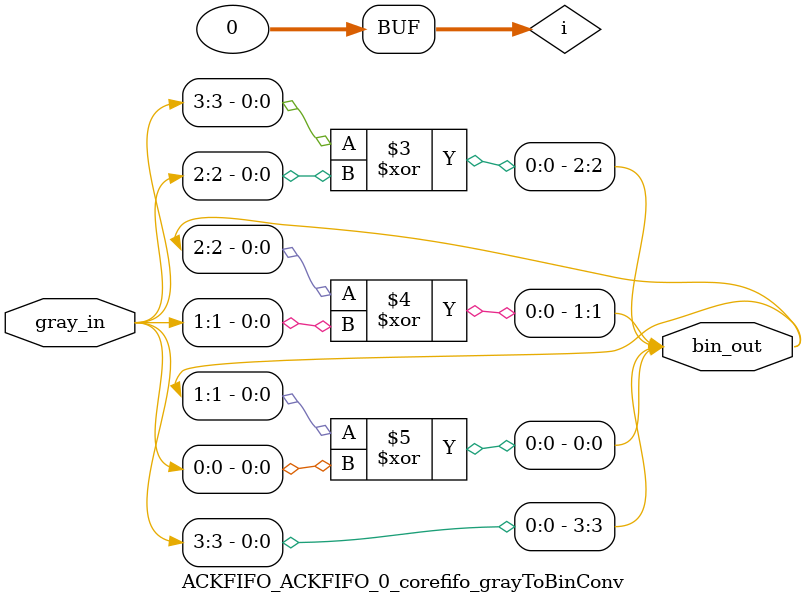
<source format=v>

`timescale 1ns / 100ps

module ACKFIFO_ACKFIFO_0_corefifo_grayToBinConv(
                                         gray_in,
                                         bin_out
                                        );

   // --------------------------------------------------------------------------
   // Parameter Declaration
   // --------------------------------------------------------------------------
   parameter ADDRWIDTH  = 3;
   parameter SYNC_RESET = 0;   

   // --------------------------------------------------------------------------
   // I/O Declaration
   // --------------------------------------------------------------------------

   //--------
   // Inputs
   //--------
   input [ADDRWIDTH:0]    gray_in;

   //---------
   // Outputs
   //---------
   output [ADDRWIDTH:0] bin_out;

   // --------------------------------------------------------------------------
   // Internal signals
   // --------------------------------------------------------------------------
   reg [ADDRWIDTH:0]      bin_out;   
   integer                i;
   

   // --------------------------------------------------------------------------
   //                               Start - of - Code
   // --------------------------------------------------------------------------


   // --------------------------------------------------------------------------
   // Logic to Convert the Gray code to Binary
   // --------------------------------------------------------------------------
   always @(*) begin

      bin_out[ADDRWIDTH]  = gray_in[ADDRWIDTH];      

      for(i=ADDRWIDTH;i>0;i = i-1) begin
         bin_out[i-1]     = (bin_out[i] ^ gray_in[i-1]);
      end

   end

endmodule // corefifo_grayToBinConv

// --------------------------------------------------------------------------
//                             End - of - Code
// --------------------------------------------------------------------------

</source>
